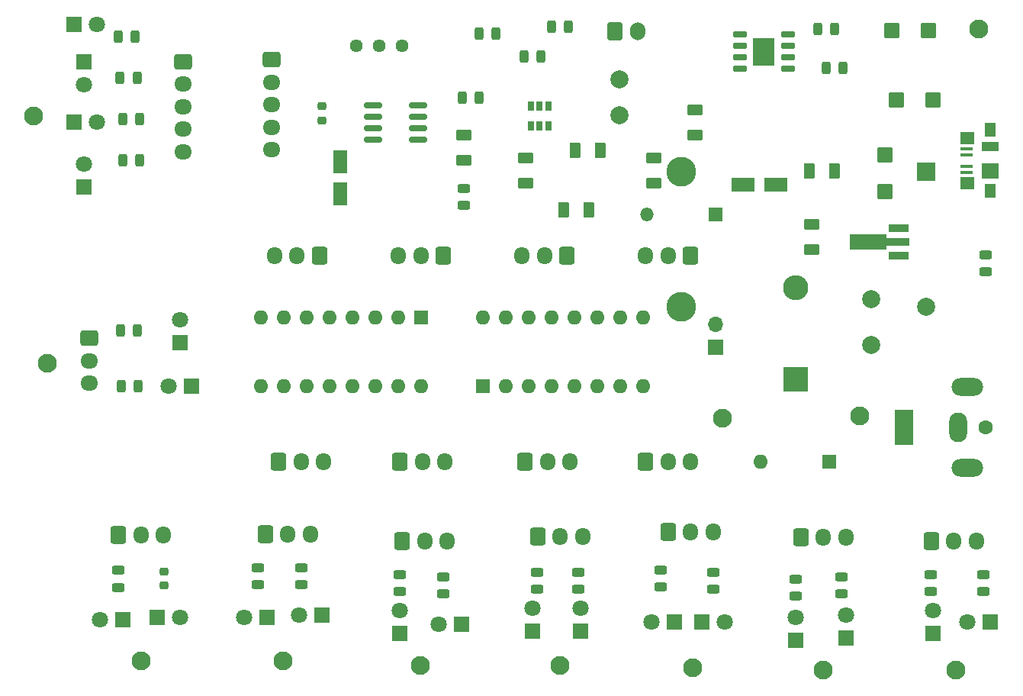
<source format=gbr>
%TF.GenerationSoftware,KiCad,Pcbnew,(5.99.0-11498-g1a301d8eea)*%
%TF.CreationDate,2021-09-07T15:50:55+03:00*%
%TF.ProjectId,f,662e6b69-6361-4645-9f70-636258585858,rev?*%
%TF.SameCoordinates,Original*%
%TF.FileFunction,Soldermask,Top*%
%TF.FilePolarity,Negative*%
%FSLAX46Y46*%
G04 Gerber Fmt 4.6, Leading zero omitted, Abs format (unit mm)*
G04 Created by KiCad (PCBNEW (5.99.0-11498-g1a301d8eea)) date 2021-09-07 15:50:55*
%MOMM*%
%LPD*%
G01*
G04 APERTURE LIST*
G04 Aperture macros list*
%AMRoundRect*
0 Rectangle with rounded corners*
0 $1 Rounding radius*
0 $2 $3 $4 $5 $6 $7 $8 $9 X,Y pos of 4 corners*
0 Add a 4 corners polygon primitive as box body*
4,1,4,$2,$3,$4,$5,$6,$7,$8,$9,$2,$3,0*
0 Add four circle primitives for the rounded corners*
1,1,$1+$1,$2,$3*
1,1,$1+$1,$4,$5*
1,1,$1+$1,$6,$7*
1,1,$1+$1,$8,$9*
0 Add four rect primitives between the rounded corners*
20,1,$1+$1,$2,$3,$4,$5,0*
20,1,$1+$1,$4,$5,$6,$7,0*
20,1,$1+$1,$6,$7,$8,$9,0*
20,1,$1+$1,$8,$9,$2,$3,0*%
%AMFreePoly0*
4,1,9,5.362500,-0.866500,1.237500,-0.866500,1.237500,-0.450000,-1.237500,-0.450000,-1.237500,0.450000,1.237500,0.450000,1.237500,0.866500,5.362500,0.866500,5.362500,-0.866500,5.362500,-0.866500,$1*%
G04 Aperture macros list end*
%ADD10C,2.100000*%
%ADD11RoundRect,0.250000X-0.600000X-0.725000X0.600000X-0.725000X0.600000X0.725000X-0.600000X0.725000X0*%
%ADD12O,1.700000X1.950000*%
%ADD13RoundRect,0.250000X-0.725000X0.600000X-0.725000X-0.600000X0.725000X-0.600000X0.725000X0.600000X0*%
%ADD14O,1.950000X1.700000*%
%ADD15RoundRect,0.250000X0.600000X0.725000X-0.600000X0.725000X-0.600000X-0.725000X0.600000X-0.725000X0*%
%ADD16RoundRect,0.243750X-0.243750X-0.456250X0.243750X-0.456250X0.243750X0.456250X-0.243750X0.456250X0*%
%ADD17R,1.800000X1.800000*%
%ADD18C,1.800000*%
%ADD19RoundRect,0.250000X-0.550000X1.050000X-0.550000X-1.050000X0.550000X-1.050000X0.550000X1.050000X0*%
%ADD20R,2.800000X2.800000*%
%ADD21O,2.800000X2.800000*%
%ADD22RoundRect,0.243750X-0.456250X0.243750X-0.456250X-0.243750X0.456250X-0.243750X0.456250X0.243750X0*%
%ADD23C,1.440000*%
%ADD24RoundRect,0.250000X-0.600000X0.625000X-0.600000X-0.625000X0.600000X-0.625000X0.600000X0.625000X0*%
%ADD25RoundRect,0.243750X0.243750X0.456250X-0.243750X0.456250X-0.243750X-0.456250X0.243750X-0.456250X0*%
%ADD26RoundRect,0.150000X-0.650000X-0.150000X0.650000X-0.150000X0.650000X0.150000X-0.650000X0.150000X0*%
%ADD27R,2.410000X3.100000*%
%ADD28R,1.600000X1.600000*%
%ADD29O,1.600000X1.600000*%
%ADD30C,1.600000*%
%ADD31R,2.000000X4.000000*%
%ADD32O,2.000000X3.300000*%
%ADD33O,3.500000X2.000000*%
%ADD34RoundRect,0.250000X-0.625000X-0.600000X0.625000X-0.600000X0.625000X0.600000X-0.625000X0.600000X0*%
%ADD35R,1.500000X1.500000*%
%ADD36O,1.500000X1.500000*%
%ADD37R,1.380000X0.450000*%
%ADD38R,1.900000X1.800000*%
%ADD39R,1.300000X1.650000*%
%ADD40R,1.900000X1.000000*%
%ADD41R,1.550000X1.425000*%
%ADD42RoundRect,0.250000X-0.625000X0.375000X-0.625000X-0.375000X0.625000X-0.375000X0.625000X0.375000X0*%
%ADD43RoundRect,0.250000X0.625000X-0.375000X0.625000X0.375000X-0.625000X0.375000X-0.625000X-0.375000X0*%
%ADD44RoundRect,0.250000X-0.375000X-0.625000X0.375000X-0.625000X0.375000X0.625000X-0.375000X0.625000X0*%
%ADD45RoundRect,0.250000X-0.600000X-0.750000X0.600000X-0.750000X0.600000X0.750000X-0.600000X0.750000X0*%
%ADD46O,1.700000X2.000000*%
%ADD47RoundRect,0.218750X0.256250X-0.218750X0.256250X0.218750X-0.256250X0.218750X-0.256250X-0.218750X0*%
%ADD48C,2.000000*%
%ADD49RoundRect,0.243750X0.456250X-0.243750X0.456250X0.243750X-0.456250X0.243750X-0.456250X-0.243750X0*%
%ADD50RoundRect,0.150000X0.825000X0.150000X-0.825000X0.150000X-0.825000X-0.150000X0.825000X-0.150000X0*%
%ADD51RoundRect,0.218750X-0.256250X0.218750X-0.256250X-0.218750X0.256250X-0.218750X0.256250X0.218750X0*%
%ADD52RoundRect,0.250000X1.050000X0.550000X-1.050000X0.550000X-1.050000X-0.550000X1.050000X-0.550000X0*%
%ADD53R,1.700000X1.700000*%
%ADD54O,1.700000X1.700000*%
%ADD55RoundRect,0.250000X0.375000X0.625000X-0.375000X0.625000X-0.375000X-0.625000X0.375000X-0.625000X0*%
%ADD56R,2.300000X0.900000*%
%ADD57FreePoly0,180.000000*%
%ADD58R,0.650000X1.060000*%
%ADD59C,3.300000*%
%ADD60R,2.000000X2.000000*%
G04 APERTURE END LIST*
D10*
%TO.C,H*%
X202692000Y-111506000D03*
%TD*%
D11*
%TO.C,Beak*%
X156718000Y-88660000D03*
D12*
X159218000Y-88660000D03*
X161718000Y-88660000D03*
%TD*%
D11*
%TO.C,F3*%
X197438000Y-88660000D03*
D12*
X199938000Y-88660000D03*
X202438000Y-88660000D03*
%TD*%
D13*
%TO.C,Bdy*%
X155956000Y-44062000D03*
D14*
X155956000Y-46562000D03*
X155956000Y-49062000D03*
X155956000Y-51562000D03*
X155956000Y-54062000D03*
%TD*%
D10*
%TO.C,H*%
X221234000Y-83566000D03*
%TD*%
%TO.C,H*%
X205994000Y-83820000D03*
%TD*%
D15*
%TO.C,F4*%
X202438000Y-65786000D03*
D12*
X199938000Y-65786000D03*
X197438000Y-65786000D03*
%TD*%
D16*
%TO.C,R6*%
X183974500Y-43688000D03*
X185849500Y-43688000D03*
%TD*%
D17*
%TO.C,D12*%
X235712000Y-106426000D03*
D18*
X233172000Y-106426000D03*
%TD*%
D17*
%TO.C,D9*%
X177043000Y-106680000D03*
D18*
X174503000Y-106680000D03*
%TD*%
D16*
%TO.C,R21*%
X139128500Y-74071000D03*
X141003500Y-74071000D03*
%TD*%
D17*
%TO.C,D19*%
X184912000Y-107447000D03*
D18*
X184912000Y-104907000D03*
%TD*%
D19*
%TO.C,C7*%
X163576000Y-55350000D03*
X163576000Y-58950000D03*
%TD*%
D11*
%TO.C,Beak*%
X138938000Y-96774000D03*
D12*
X141438000Y-96774000D03*
X143938000Y-96774000D03*
%TD*%
D20*
%TO.C,D25*%
X214122000Y-79502000D03*
D21*
X214122000Y-69342000D03*
%TD*%
D22*
%TO.C,R14*%
X175006000Y-101424500D03*
X175006000Y-103299500D03*
%TD*%
D23*
%TO.C,P_Changer*%
X170424000Y-42477000D03*
X167884000Y-42477000D03*
X165344000Y-42477000D03*
%TD*%
D17*
%TO.C,D14*%
X139446000Y-106172000D03*
D18*
X136906000Y-106172000D03*
%TD*%
D10*
%TO.C,H*%
X131064000Y-77724000D03*
%TD*%
D22*
%TO.C,R17*%
X234950000Y-101170500D03*
X234950000Y-103045500D03*
%TD*%
D24*
%TO.C,D24*%
X224028000Y-54617000D03*
X224028000Y-58667000D03*
%TD*%
D11*
%TO.C,F2*%
X185460000Y-96982000D03*
D12*
X187960000Y-96982000D03*
X190460000Y-96982000D03*
%TD*%
D25*
%TO.C,R10*%
X141321000Y-50672000D03*
X139446000Y-50672000D03*
%TD*%
D16*
%TO.C,R5*%
X177116500Y-48260000D03*
X178991500Y-48260000D03*
%TD*%
D13*
%TO.C,N2*%
X135691000Y-74965000D03*
D14*
X135691000Y-77465000D03*
X135691000Y-79965000D03*
%TD*%
D10*
%TO.C,H*%
X129540000Y-50292000D03*
%TD*%
D26*
%TO.C,U2*%
X207916000Y-41275000D03*
X207916000Y-42545000D03*
X207916000Y-43815000D03*
X207916000Y-45085000D03*
X213216000Y-45085000D03*
X213216000Y-43815000D03*
X213216000Y-42545000D03*
X213216000Y-41275000D03*
D27*
X210566000Y-43180000D03*
%TD*%
D28*
%TO.C,12V SW*%
X217795600Y-88660000D03*
D29*
X210175600Y-88660000D03*
%TD*%
D30*
%TO.C,J2*%
X235148000Y-84836000D03*
D31*
X226148000Y-84836000D03*
D32*
X232148000Y-84836000D03*
D33*
X233148000Y-89336000D03*
X233148000Y-80336000D03*
%TD*%
D10*
%TO.C,H*%
X157226000Y-110744000D03*
%TD*%
D25*
%TO.C,R3*%
X218440000Y-40640000D03*
X216565000Y-40640000D03*
%TD*%
D11*
%TO.C,F3*%
X199938000Y-96474000D03*
D12*
X202438000Y-96474000D03*
X204938000Y-96474000D03*
%TD*%
D34*
%TO.C,D1*%
X225305000Y-48514000D03*
X229355000Y-48514000D03*
%TD*%
D35*
%TO.C,D3*%
X205237000Y-61214000D03*
D36*
X197617000Y-61214000D03*
%TD*%
D25*
%TO.C,R27*%
X140988500Y-46100000D03*
X139113500Y-46100000D03*
%TD*%
D22*
%TO.C,R24*%
X185420000Y-100916500D03*
X185420000Y-102791500D03*
%TD*%
D37*
%TO.C,J1*%
X233052000Y-56538000D03*
X233052000Y-55888000D03*
X233052000Y-54588000D03*
X233052000Y-53938000D03*
D38*
X235712000Y-56388000D03*
D39*
X235712000Y-58613000D03*
D40*
X235712000Y-53688000D03*
D41*
X233137000Y-52750500D03*
D39*
X235712000Y-51863000D03*
D41*
X233137000Y-57725500D03*
%TD*%
D42*
%TO.C,C4*%
X202946000Y-49654000D03*
X202946000Y-52454000D03*
%TD*%
D43*
%TO.C,C5*%
X198374000Y-57788000D03*
X198374000Y-54988000D03*
%TD*%
D10*
%TO.C,H*%
X234442000Y-40640000D03*
%TD*%
D44*
%TO.C,C6*%
X189608000Y-54102000D03*
X192408000Y-54102000D03*
%TD*%
D45*
%TO.C,Temp Sesnor *%
X194056000Y-40877000D03*
D46*
X196556000Y-40877000D03*
%TD*%
D22*
%TO.C,R26*%
X214122000Y-101678500D03*
X214122000Y-103553500D03*
%TD*%
D47*
%TO.C,R7*%
X161544000Y-50800000D03*
X161544000Y-49225000D03*
%TD*%
D17*
%TO.C,D13*%
X143251000Y-105918000D03*
D18*
X145791000Y-105918000D03*
%TD*%
D13*
%TO.C,Bdy*%
X146096000Y-44276000D03*
D14*
X146096000Y-46776000D03*
X146096000Y-49276000D03*
X146096000Y-51776000D03*
X146096000Y-54276000D03*
%TD*%
D25*
%TO.C,R9*%
X141321000Y-55244000D03*
X139446000Y-55244000D03*
%TD*%
D11*
%TO.C,F2*%
X184050800Y-88660000D03*
D12*
X186550800Y-88660000D03*
X189050800Y-88660000D03*
%TD*%
D17*
%TO.C,D7*%
X203708000Y-106426000D03*
D18*
X206248000Y-106426000D03*
%TD*%
D48*
%TO.C,F1*%
X222494000Y-75692000D03*
X222504000Y-70612000D03*
%TD*%
D15*
%TO.C,N2*%
X161256000Y-65786000D03*
D12*
X158756000Y-65786000D03*
X156256000Y-65786000D03*
%TD*%
D49*
%TO.C,R8*%
X177292000Y-60198000D03*
X177292000Y-58323000D03*
%TD*%
D43*
%TO.C,C9*%
X215900000Y-65154000D03*
X215900000Y-62354000D03*
%TD*%
D10*
%TO.C,H*%
X231902000Y-111760000D03*
%TD*%
D17*
%TO.C,D21*%
X214122000Y-108463000D03*
D18*
X214122000Y-105923000D03*
%TD*%
D10*
%TO.C,H*%
X141478000Y-110744000D03*
%TD*%
D50*
%TO.C,U3*%
X172147000Y-52959000D03*
X172147000Y-51689000D03*
X172147000Y-50419000D03*
X172147000Y-49149000D03*
X167197000Y-49149000D03*
X167197000Y-50419000D03*
X167197000Y-51689000D03*
X167197000Y-52959000D03*
%TD*%
D51*
%TO.C,R18*%
X144018000Y-100812500D03*
X144018000Y-102387500D03*
%TD*%
D22*
%TO.C,R22*%
X154432000Y-100408500D03*
X154432000Y-102283500D03*
%TD*%
D11*
%TO.C,N1*%
X229148000Y-97444000D03*
D12*
X231648000Y-97444000D03*
X234148000Y-97444000D03*
%TD*%
D25*
%TO.C,R2*%
X180848000Y-41148000D03*
X178973000Y-41148000D03*
%TD*%
D42*
%TO.C,C8*%
X177292000Y-52448000D03*
X177292000Y-55248000D03*
%TD*%
D17*
%TO.C,D22*%
X135128000Y-44275154D03*
D18*
X135128000Y-46815154D03*
%TD*%
D10*
%TO.C,H*%
X217170000Y-111760000D03*
%TD*%
%TO.C,H*%
X172466000Y-111252000D03*
%TD*%
D22*
%TO.C,R25*%
X199136000Y-100662500D03*
X199136000Y-102537500D03*
%TD*%
D42*
%TO.C,C3*%
X184150000Y-54988000D03*
X184150000Y-57788000D03*
%TD*%
D11*
%TO.C,BN*%
X155244000Y-96682000D03*
D12*
X157744000Y-96682000D03*
X160244000Y-96682000D03*
%TD*%
D17*
%TO.C,D18*%
X170180000Y-107701000D03*
D18*
X170180000Y-105161000D03*
%TD*%
D17*
%TO.C,D17*%
X155448000Y-105918000D03*
D18*
X152908000Y-105918000D03*
%TD*%
D11*
%TO.C,N1*%
X170153400Y-88660000D03*
D12*
X172653400Y-88660000D03*
X175153400Y-88660000D03*
%TD*%
D48*
%TO.C,L1*%
X194564000Y-46228000D03*
X194564000Y-50228000D03*
%TD*%
D49*
%TO.C,R29*%
X235140000Y-67589500D03*
X235140000Y-65714500D03*
%TD*%
D22*
%TO.C,R20*%
X229108000Y-101170500D03*
X229108000Y-103045500D03*
%TD*%
D16*
%TO.C,R16*%
X139270500Y-80264000D03*
X141145500Y-80264000D03*
%TD*%
D17*
%TO.C,D20*%
X200660000Y-106426000D03*
D18*
X198120000Y-106426000D03*
%TD*%
D17*
%TO.C,D23*%
X134028000Y-40132000D03*
D18*
X136568000Y-40132000D03*
%TD*%
D17*
%TO.C,D5*%
X134028000Y-50968308D03*
D18*
X136568000Y-50968308D03*
%TD*%
D22*
%TO.C,R12*%
X204978000Y-100916500D03*
X204978000Y-102791500D03*
%TD*%
D15*
%TO.C,F1*%
X188710666Y-65786000D03*
D12*
X186210666Y-65786000D03*
X183710666Y-65786000D03*
%TD*%
D17*
%TO.C,D6*%
X219710000Y-108204000D03*
D18*
X219710000Y-105664000D03*
%TD*%
D22*
%TO.C,R11*%
X219202000Y-101424500D03*
X219202000Y-103299500D03*
%TD*%
D17*
%TO.C,D10*%
X161549000Y-105664000D03*
D18*
X159009000Y-105664000D03*
%TD*%
D52*
%TO.C,C10*%
X211858000Y-57912000D03*
X208258000Y-57912000D03*
%TD*%
D22*
%TO.C,R15*%
X159258000Y-100408500D03*
X159258000Y-102283500D03*
%TD*%
D15*
%TO.C,BN*%
X174983333Y-65786000D03*
D12*
X172483333Y-65786000D03*
X169983333Y-65786000D03*
%TD*%
D44*
%TO.C,C1*%
X215608000Y-56388000D03*
X218408000Y-56388000D03*
%TD*%
D28*
%TO.C,U5*%
X179339000Y-80254000D03*
D29*
X181879000Y-80254000D03*
X184419000Y-80254000D03*
X186959000Y-80254000D03*
X189499000Y-80254000D03*
X192039000Y-80254000D03*
X194579000Y-80254000D03*
X197119000Y-80254000D03*
X197119000Y-72634000D03*
X194579000Y-72634000D03*
X192039000Y-72634000D03*
X189499000Y-72634000D03*
X186959000Y-72634000D03*
X184419000Y-72634000D03*
X181879000Y-72634000D03*
X179339000Y-72634000D03*
%TD*%
D22*
%TO.C,R19*%
X138938000Y-100716500D03*
X138938000Y-102591500D03*
%TD*%
D17*
%TO.C,D15*%
X229362000Y-107701000D03*
D18*
X229362000Y-105161000D03*
%TD*%
D17*
%TO.C,D4*%
X135128000Y-58166000D03*
D18*
X135128000Y-55626000D03*
%TD*%
D17*
%TO.C,D8*%
X190246000Y-107447000D03*
D18*
X190246000Y-104907000D03*
%TD*%
D10*
%TO.C,H*%
X187960000Y-111252000D03*
%TD*%
D25*
%TO.C,R1*%
X219377500Y-44958000D03*
X217502500Y-44958000D03*
%TD*%
%TO.C,R4*%
X188897500Y-40386000D03*
X187022500Y-40386000D03*
%TD*%
D34*
%TO.C,D2*%
X224797000Y-40835000D03*
X228847000Y-40835000D03*
%TD*%
D25*
%TO.C,R28*%
X140813000Y-41528000D03*
X138938000Y-41528000D03*
%TD*%
D22*
%TO.C,R13*%
X189992000Y-100916500D03*
X189992000Y-102791500D03*
%TD*%
D11*
%TO.C,F4*%
X214670000Y-97028000D03*
D12*
X217170000Y-97028000D03*
X219670000Y-97028000D03*
%TD*%
D17*
%TO.C,D16*%
X145796000Y-75443000D03*
D18*
X145796000Y-72903000D03*
%TD*%
D53*
%TO.C,Alt power*%
X205232000Y-75946000D03*
D54*
X205232000Y-73406000D03*
%TD*%
D55*
%TO.C,C2*%
X191138000Y-60706000D03*
X188338000Y-60706000D03*
%TD*%
D56*
%TO.C,U6*%
X225552000Y-65786000D03*
D57*
X225464500Y-64286000D03*
D56*
X225552000Y-62786000D03*
%TD*%
D28*
%TO.C,U4*%
X172556000Y-72654000D03*
D29*
X170016000Y-72654000D03*
X167476000Y-72654000D03*
X164936000Y-72654000D03*
X162396000Y-72654000D03*
X159856000Y-72654000D03*
X157316000Y-72654000D03*
X154776000Y-72654000D03*
X154776000Y-80274000D03*
X157316000Y-80274000D03*
X159856000Y-80274000D03*
X162396000Y-80274000D03*
X164936000Y-80274000D03*
X167476000Y-80274000D03*
X170016000Y-80274000D03*
X172556000Y-80274000D03*
%TD*%
D11*
%TO.C,F1*%
X170434000Y-97444000D03*
D12*
X172934000Y-97444000D03*
X175434000Y-97444000D03*
%TD*%
D22*
%TO.C,R23*%
X170180000Y-101170500D03*
X170180000Y-103045500D03*
%TD*%
D17*
%TO.C,D11*%
X147071000Y-80264000D03*
D18*
X144531000Y-80264000D03*
%TD*%
D58*
%TO.C,U1*%
X186624000Y-49192000D03*
X185674000Y-49192000D03*
X184724000Y-49192000D03*
X184724000Y-51392000D03*
X185674000Y-51392000D03*
X186624000Y-51392000D03*
%TD*%
D59*
%TO.C,BT1*%
X201422000Y-56513000D03*
X201422000Y-71503000D03*
D60*
X228587000Y-56513000D03*
D48*
X228587000Y-71503000D03*
%TD*%
M02*

</source>
